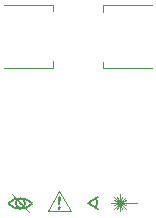
<source format=gbr>
%TF.GenerationSoftware,KiCad,Pcbnew,(5.1.8)-1*%
%TF.CreationDate,2021-08-18T00:38:57+02:00*%
%TF.ProjectId,Haubenblitzer_LED,48617562-656e-4626-9c69-747a65725f4c,rev?*%
%TF.SameCoordinates,Original*%
%TF.FileFunction,Legend,Top*%
%TF.FilePolarity,Positive*%
%FSLAX46Y46*%
G04 Gerber Fmt 4.6, Leading zero omitted, Abs format (unit mm)*
G04 Created by KiCad (PCBNEW (5.1.8)-1) date 2021-08-18 00:38:57*
%MOMM*%
%LPD*%
G01*
G04 APERTURE LIST*
%ADD10C,0.150000*%
%ADD11C,0.120000*%
%ADD12C,0.050000*%
G04 APERTURE END LIST*
D10*
X156000000Y-123850000D02*
G75*
G03*
X156000000Y-123850000I-400000J0D01*
G01*
D11*
X155600000Y-123850000D02*
X154850000Y-123100000D01*
D10*
X154600001Y-123849999D02*
G75*
G02*
X156599999Y-123849999I999999J-999999D01*
G01*
X156599999Y-123899999D02*
G75*
G02*
X154600001Y-123899999I-999999J999999D01*
G01*
D11*
X158900000Y-122850000D02*
X159850000Y-124500000D01*
X154850000Y-123100000D02*
X156350000Y-124600000D01*
X158900000Y-122850000D02*
X157950000Y-124500000D01*
X159850000Y-124500000D02*
X157950000Y-124500000D01*
D10*
X155670711Y-123850000D02*
G75*
G03*
X155670711Y-123850000I-70711J0D01*
G01*
X158900000Y-124207142D02*
X158947619Y-124254761D01*
X158900000Y-124302380D01*
X158852380Y-124254761D01*
X158900000Y-124207142D01*
X158900000Y-124302380D01*
X158900000Y-123921428D02*
X158852380Y-123350000D01*
X158900000Y-123302380D01*
X158947619Y-123350000D01*
X158900000Y-123921428D01*
X158900000Y-123302380D01*
X162100000Y-123800000D02*
G75*
G03*
X162100000Y-123800000I-50000J0D01*
G01*
X161999927Y-123399875D02*
G75*
G02*
X161999999Y-124199999I-699927J-400125D01*
G01*
X161300000Y-123800000D02*
X162200000Y-124300000D01*
X161300000Y-123800000D02*
X162200000Y-123300000D01*
D12*
X164000000Y-123800000D02*
X165500000Y-123800000D01*
X164000000Y-123800000D02*
X163800000Y-124300000D01*
X164000000Y-123800000D02*
X164200000Y-123300000D01*
X164000000Y-123800000D02*
X163800000Y-123300000D01*
X164000000Y-123800000D02*
X163500000Y-123600000D01*
X164000000Y-123800000D02*
X164200000Y-124300000D01*
X164000000Y-123800000D02*
X164500000Y-124000000D01*
X164000000Y-123800000D02*
X163500000Y-124000000D01*
X164000000Y-123800000D02*
X164500000Y-123600000D01*
X164000000Y-123800000D02*
X163500000Y-124300000D01*
X164000000Y-123800000D02*
X164500000Y-123300000D01*
X164000000Y-123800000D02*
X163500000Y-123300000D01*
X164000000Y-123800000D02*
X164500000Y-124300000D01*
X164000000Y-123800000D02*
X164000000Y-124507107D01*
X164000000Y-123800000D02*
X163292893Y-123800000D01*
X164000000Y-123800000D02*
X164000000Y-123092893D01*
X164000000Y-123800000D02*
X164707107Y-123800000D01*
D11*
%TO.C,D2*%
X166750000Y-107100000D02*
X162600000Y-107100000D01*
X166750000Y-112400000D02*
X162600000Y-112400000D01*
X162600000Y-112400000D02*
X162600000Y-111900000D01*
X162600000Y-107100000D02*
X162600000Y-107650000D01*
%TO.C,D1*%
X154250000Y-112400000D02*
X158400000Y-112400000D01*
X154250000Y-107100000D02*
X158400000Y-107100000D01*
X158400000Y-107100000D02*
X158400000Y-107600000D01*
X158400000Y-112400000D02*
X158400000Y-111850000D01*
%TD*%
M02*

</source>
